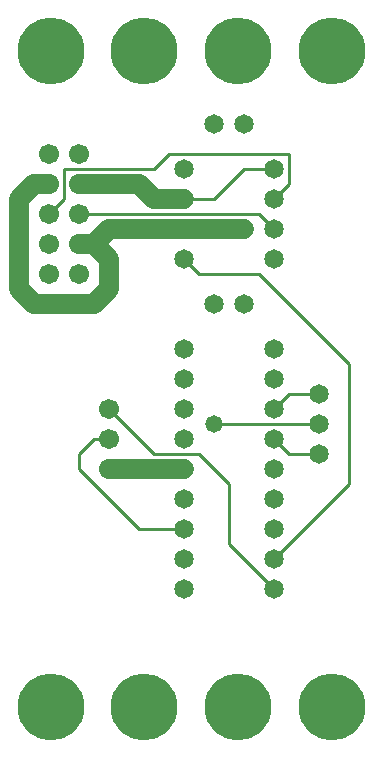
<source format=gbl>
%MOIN*%
%FSLAX25Y25*%
G04 D10 used for Character Trace; *
G04     Circle (OD=.01000) (No hole)*
G04 D11 used for Power Trace; *
G04     Circle (OD=.06500) (No hole)*
G04 D12 used for Signal Trace; *
G04     Circle (OD=.01100) (No hole)*
G04 D13 used for Via; *
G04     Circle (OD=.05800) (Round. Hole ID=.02800)*
G04 D14 used for Component hole; *
G04     Circle (OD=.06500) (Round. Hole ID=.03500)*
G04 D15 used for Component hole; *
G04     Circle (OD=.06700) (Round. Hole ID=.04300)*
G04 D16 used for Component hole; *
G04     Circle (OD=.08100) (Round. Hole ID=.05100)*
G04 D17 used for Component hole; *
G04     Circle (OD=.08900) (Round. Hole ID=.05900)*
G04 D18 used for Component hole; *
G04     Circle (OD=.11300) (Round. Hole ID=.08300)*
G04 D19 used for Component hole; *
G04     Circle (OD=.16000) (Round. Hole ID=.13000)*
G04 D20 used for Component hole; *
G04     Circle (OD=.18300) (Round. Hole ID=.15300)*
G04 D21 used for Component hole; *
G04     Circle (OD=.22291) (Round. Hole ID=.19291)*
%ADD10C,.01000*%
%ADD11C,.06500*%
%ADD12C,.01100*%
%ADD13C,.05800*%
%ADD14C,.06500*%
%ADD15C,.06700*%
%ADD16C,.08100*%
%ADD17C,.08900*%
%ADD18C,.11300*%
%ADD19C,.16000*%
%ADD20C,.18300*%
%ADD21C,.22291*%
%IPPOS*%
%LPD*%
G90*X0Y0D02*D21*X15625Y15625D03*X46875D03*D14*    
X60000Y55000D03*Y65000D03*Y75000D03*D12*X45000D01*
X25000Y95000D01*Y100000D01*X30000Y105000D01*      
X35000D01*D15*D03*Y115000D03*D12*X50000Y100000D01*
X65000D01*X75000Y90000D01*Y70000D01*              
X90000Y55000D01*D14*D03*Y65000D03*D12*            
X115000Y90000D01*Y130000D01*X85000Y160000D01*     
X65000D01*X60000Y165000D01*D14*D03*Y175000D03*D11*
X35000D01*X30000Y170000D01*X35000Y165000D01*      
Y155000D01*X30000Y150000D01*X10000D01*            
X5000Y155000D01*Y185000D01*X10000Y190000D01*      
X15000D01*D15*D03*D12*X10000D01*X15000Y180000D02* 
X20000Y185000D01*D15*X15000Y180000D03*D12*        
X20000Y185000D02*Y195000D01*X50000D01*            
X55000Y200000D01*X95000D01*Y190000D01*            
X90000Y185000D01*D14*D03*D12*Y175000D02*          
X85000Y180000D01*D14*X90000Y175000D03*D12*        
X25000Y180000D02*X85000D01*D15*X25000D03*         
X15000Y170000D03*X25000Y190000D03*D11*X45000D01*  
X50000Y185000D01*X60000D01*D14*D03*D12*X70000D01* 
X80000Y195000D01*X90000D01*D14*D03*               
X80000Y210000D03*X70000D03*D13*X80000Y175000D03*  
D11*X60000D01*D14*Y195000D03*X70000Y150000D03*    
X80000D03*X90000Y165000D03*D11*X25000Y170000D02*  
X30000D01*D15*X25000D03*X15000Y160000D03*         
X25000D03*Y200000D03*X15000D03*D14*               
X60000Y135000D03*Y125000D03*Y115000D03*D13*       
X70000Y110000D03*D12*X105000D01*D14*D03*D12*      
X90000Y115000D02*X95000Y120000D01*D14*            
X90000Y115000D03*D12*X95000Y120000D02*X105000D01* 
D14*D03*X90000Y135000D03*Y105000D03*D12*          
X95000Y100000D01*X105000D01*D14*D03*              
X90000Y85000D03*Y95000D03*Y75000D03*Y125000D03*   
X60000Y105000D03*Y95000D03*D11*X35000D01*D15*D03* 
D14*X60000Y85000D03*D21*X78125Y15625D03*          
X109375D03*Y234375D03*X78125D03*X46875D03*        
X15625D03*M02*                                    

</source>
